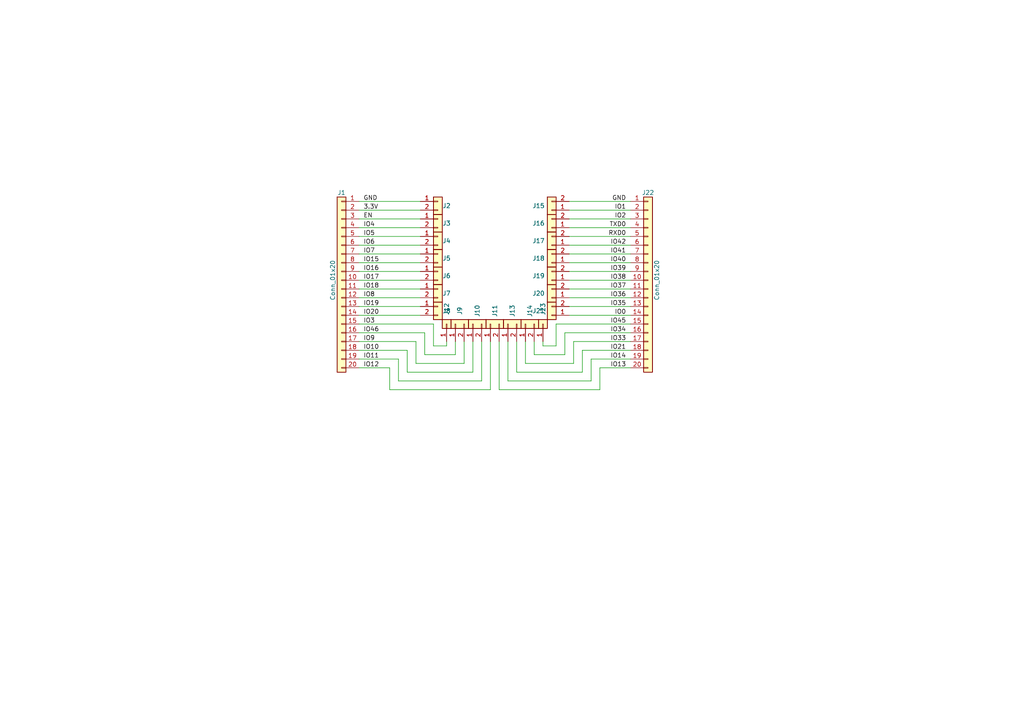
<source format=kicad_sch>
(kicad_sch (version 20211123) (generator eeschema)

  (uuid e63e39d7-6ac0-4ffd-8aa3-1841a4541b55)

  (paper "A4")

  (lib_symbols
    (symbol "Connector_Generic:Conn_01x01" (pin_names (offset 1.016) hide) (in_bom yes) (on_board yes)
      (property "Reference" "J" (id 0) (at 0 2.54 0)
        (effects (font (size 1.27 1.27)))
      )
      (property "Value" "Conn_01x01" (id 1) (at 0 -2.54 0)
        (effects (font (size 1.27 1.27)))
      )
      (property "Footprint" "" (id 2) (at 0 0 0)
        (effects (font (size 1.27 1.27)) hide)
      )
      (property "Datasheet" "~" (id 3) (at 0 0 0)
        (effects (font (size 1.27 1.27)) hide)
      )
      (property "ki_keywords" "connector" (id 4) (at 0 0 0)
        (effects (font (size 1.27 1.27)) hide)
      )
      (property "ki_description" "Generic connector, single row, 01x01, script generated (kicad-library-utils/schlib/autogen/connector/)" (id 5) (at 0 0 0)
        (effects (font (size 1.27 1.27)) hide)
      )
      (property "ki_fp_filters" "Connector*:*_1x??_*" (id 6) (at 0 0 0)
        (effects (font (size 1.27 1.27)) hide)
      )
      (symbol "Conn_01x01_1_1"
        (rectangle (start -1.27 0.127) (end 0 -0.127)
          (stroke (width 0.1524) (type default))
          (fill (type none))
        )
        (rectangle (start -1.27 1.27) (end 1.27 -1.27)
          (stroke (width 0.254) (type default))
          (fill (type background))
        )
        (pin passive line (at -5.08 0 0) (length 3.81)
          (name "Pin_1" (effects (font (size 1.27 1.27))))
          (number "1" (effects (font (size 1.27 1.27))))
        )
      )
    )
    (symbol "Connector_Generic:Conn_01x02" (pin_names (offset 1.016) hide) (in_bom yes) (on_board yes)
      (property "Reference" "J" (id 0) (at 0 2.54 0)
        (effects (font (size 1.27 1.27)))
      )
      (property "Value" "Conn_01x02" (id 1) (at 0 -5.08 0)
        (effects (font (size 1.27 1.27)))
      )
      (property "Footprint" "" (id 2) (at 0 0 0)
        (effects (font (size 1.27 1.27)) hide)
      )
      (property "Datasheet" "~" (id 3) (at 0 0 0)
        (effects (font (size 1.27 1.27)) hide)
      )
      (property "ki_keywords" "connector" (id 4) (at 0 0 0)
        (effects (font (size 1.27 1.27)) hide)
      )
      (property "ki_description" "Generic connector, single row, 01x02, script generated (kicad-library-utils/schlib/autogen/connector/)" (id 5) (at 0 0 0)
        (effects (font (size 1.27 1.27)) hide)
      )
      (property "ki_fp_filters" "Connector*:*_1x??_*" (id 6) (at 0 0 0)
        (effects (font (size 1.27 1.27)) hide)
      )
      (symbol "Conn_01x02_1_1"
        (rectangle (start -1.27 -2.413) (end 0 -2.667)
          (stroke (width 0.1524) (type default))
          (fill (type none))
        )
        (rectangle (start -1.27 0.127) (end 0 -0.127)
          (stroke (width 0.1524) (type default))
          (fill (type none))
        )
        (rectangle (start -1.27 1.27) (end 1.27 -3.81)
          (stroke (width 0.254) (type default))
          (fill (type background))
        )
        (pin passive line (at -5.08 0 0) (length 3.81)
          (name "Pin_1" (effects (font (size 1.27 1.27))))
          (number "1" (effects (font (size 1.27 1.27))))
        )
        (pin passive line (at -5.08 -2.54 0) (length 3.81)
          (name "Pin_2" (effects (font (size 1.27 1.27))))
          (number "2" (effects (font (size 1.27 1.27))))
        )
      )
    )
    (symbol "Connector_Generic:Conn_01x20" (pin_names (offset 1.016) hide) (in_bom yes) (on_board yes)
      (property "Reference" "J" (id 0) (at 0 25.4 0)
        (effects (font (size 1.27 1.27)))
      )
      (property "Value" "Conn_01x20" (id 1) (at 0 -27.94 0)
        (effects (font (size 1.27 1.27)))
      )
      (property "Footprint" "" (id 2) (at 0 0 0)
        (effects (font (size 1.27 1.27)) hide)
      )
      (property "Datasheet" "~" (id 3) (at 0 0 0)
        (effects (font (size 1.27 1.27)) hide)
      )
      (property "ki_keywords" "connector" (id 4) (at 0 0 0)
        (effects (font (size 1.27 1.27)) hide)
      )
      (property "ki_description" "Generic connector, single row, 01x20, script generated (kicad-library-utils/schlib/autogen/connector/)" (id 5) (at 0 0 0)
        (effects (font (size 1.27 1.27)) hide)
      )
      (property "ki_fp_filters" "Connector*:*_1x??_*" (id 6) (at 0 0 0)
        (effects (font (size 1.27 1.27)) hide)
      )
      (symbol "Conn_01x20_1_1"
        (rectangle (start -1.27 -25.273) (end 0 -25.527)
          (stroke (width 0.1524) (type default))
          (fill (type none))
        )
        (rectangle (start -1.27 -22.733) (end 0 -22.987)
          (stroke (width 0.1524) (type default))
          (fill (type none))
        )
        (rectangle (start -1.27 -20.193) (end 0 -20.447)
          (stroke (width 0.1524) (type default))
          (fill (type none))
        )
        (rectangle (start -1.27 -17.653) (end 0 -17.907)
          (stroke (width 0.1524) (type default))
          (fill (type none))
        )
        (rectangle (start -1.27 -15.113) (end 0 -15.367)
          (stroke (width 0.1524) (type default))
          (fill (type none))
        )
        (rectangle (start -1.27 -12.573) (end 0 -12.827)
          (stroke (width 0.1524) (type default))
          (fill (type none))
        )
        (rectangle (start -1.27 -10.033) (end 0 -10.287)
          (stroke (width 0.1524) (type default))
          (fill (type none))
        )
        (rectangle (start -1.27 -7.493) (end 0 -7.747)
          (stroke (width 0.1524) (type default))
          (fill (type none))
        )
        (rectangle (start -1.27 -4.953) (end 0 -5.207)
          (stroke (width 0.1524) (type default))
          (fill (type none))
        )
        (rectangle (start -1.27 -2.413) (end 0 -2.667)
          (stroke (width 0.1524) (type default))
          (fill (type none))
        )
        (rectangle (start -1.27 0.127) (end 0 -0.127)
          (stroke (width 0.1524) (type default))
          (fill (type none))
        )
        (rectangle (start -1.27 2.667) (end 0 2.413)
          (stroke (width 0.1524) (type default))
          (fill (type none))
        )
        (rectangle (start -1.27 5.207) (end 0 4.953)
          (stroke (width 0.1524) (type default))
          (fill (type none))
        )
        (rectangle (start -1.27 7.747) (end 0 7.493)
          (stroke (width 0.1524) (type default))
          (fill (type none))
        )
        (rectangle (start -1.27 10.287) (end 0 10.033)
          (stroke (width 0.1524) (type default))
          (fill (type none))
        )
        (rectangle (start -1.27 12.827) (end 0 12.573)
          (stroke (width 0.1524) (type default))
          (fill (type none))
        )
        (rectangle (start -1.27 15.367) (end 0 15.113)
          (stroke (width 0.1524) (type default))
          (fill (type none))
        )
        (rectangle (start -1.27 17.907) (end 0 17.653)
          (stroke (width 0.1524) (type default))
          (fill (type none))
        )
        (rectangle (start -1.27 20.447) (end 0 20.193)
          (stroke (width 0.1524) (type default))
          (fill (type none))
        )
        (rectangle (start -1.27 22.987) (end 0 22.733)
          (stroke (width 0.1524) (type default))
          (fill (type none))
        )
        (rectangle (start -1.27 24.13) (end 1.27 -26.67)
          (stroke (width 0.254) (type default))
          (fill (type background))
        )
        (pin passive line (at -5.08 22.86 0) (length 3.81)
          (name "Pin_1" (effects (font (size 1.27 1.27))))
          (number "1" (effects (font (size 1.27 1.27))))
        )
        (pin passive line (at -5.08 0 0) (length 3.81)
          (name "Pin_10" (effects (font (size 1.27 1.27))))
          (number "10" (effects (font (size 1.27 1.27))))
        )
        (pin passive line (at -5.08 -2.54 0) (length 3.81)
          (name "Pin_11" (effects (font (size 1.27 1.27))))
          (number "11" (effects (font (size 1.27 1.27))))
        )
        (pin passive line (at -5.08 -5.08 0) (length 3.81)
          (name "Pin_12" (effects (font (size 1.27 1.27))))
          (number "12" (effects (font (size 1.27 1.27))))
        )
        (pin passive line (at -5.08 -7.62 0) (length 3.81)
          (name "Pin_13" (effects (font (size 1.27 1.27))))
          (number "13" (effects (font (size 1.27 1.27))))
        )
        (pin passive line (at -5.08 -10.16 0) (length 3.81)
          (name "Pin_14" (effects (font (size 1.27 1.27))))
          (number "14" (effects (font (size 1.27 1.27))))
        )
        (pin passive line (at -5.08 -12.7 0) (length 3.81)
          (name "Pin_15" (effects (font (size 1.27 1.27))))
          (number "15" (effects (font (size 1.27 1.27))))
        )
        (pin passive line (at -5.08 -15.24 0) (length 3.81)
          (name "Pin_16" (effects (font (size 1.27 1.27))))
          (number "16" (effects (font (size 1.27 1.27))))
        )
        (pin passive line (at -5.08 -17.78 0) (length 3.81)
          (name "Pin_17" (effects (font (size 1.27 1.27))))
          (number "17" (effects (font (size 1.27 1.27))))
        )
        (pin passive line (at -5.08 -20.32 0) (length 3.81)
          (name "Pin_18" (effects (font (size 1.27 1.27))))
          (number "18" (effects (font (size 1.27 1.27))))
        )
        (pin passive line (at -5.08 -22.86 0) (length 3.81)
          (name "Pin_19" (effects (font (size 1.27 1.27))))
          (number "19" (effects (font (size 1.27 1.27))))
        )
        (pin passive line (at -5.08 20.32 0) (length 3.81)
          (name "Pin_2" (effects (font (size 1.27 1.27))))
          (number "2" (effects (font (size 1.27 1.27))))
        )
        (pin passive line (at -5.08 -25.4 0) (length 3.81)
          (name "Pin_20" (effects (font (size 1.27 1.27))))
          (number "20" (effects (font (size 1.27 1.27))))
        )
        (pin passive line (at -5.08 17.78 0) (length 3.81)
          (name "Pin_3" (effects (font (size 1.27 1.27))))
          (number "3" (effects (font (size 1.27 1.27))))
        )
        (pin passive line (at -5.08 15.24 0) (length 3.81)
          (name "Pin_4" (effects (font (size 1.27 1.27))))
          (number "4" (effects (font (size 1.27 1.27))))
        )
        (pin passive line (at -5.08 12.7 0) (length 3.81)
          (name "Pin_5" (effects (font (size 1.27 1.27))))
          (number "5" (effects (font (size 1.27 1.27))))
        )
        (pin passive line (at -5.08 10.16 0) (length 3.81)
          (name "Pin_6" (effects (font (size 1.27 1.27))))
          (number "6" (effects (font (size 1.27 1.27))))
        )
        (pin passive line (at -5.08 7.62 0) (length 3.81)
          (name "Pin_7" (effects (font (size 1.27 1.27))))
          (number "7" (effects (font (size 1.27 1.27))))
        )
        (pin passive line (at -5.08 5.08 0) (length 3.81)
          (name "Pin_8" (effects (font (size 1.27 1.27))))
          (number "8" (effects (font (size 1.27 1.27))))
        )
        (pin passive line (at -5.08 2.54 0) (length 3.81)
          (name "Pin_9" (effects (font (size 1.27 1.27))))
          (number "9" (effects (font (size 1.27 1.27))))
        )
      )
    )
  )


  (wire (pts (xy 115.57 104.14) (xy 115.57 110.49))
    (stroke (width 0) (type default))
    (uuid 024175d7-6b4e-4ca1-8e61-547100c6500c)
  )
  (wire (pts (xy 121.92 58.42) (xy 104.14 58.42))
    (stroke (width 0) (type default))
    (uuid 076ca4ed-6140-46c8-93d9-6479b702ad82)
  )
  (wire (pts (xy 104.14 104.14) (xy 115.57 104.14))
    (stroke (width 0) (type default))
    (uuid 0d7d53d6-5507-47e7-90d5-faa950f0bf70)
  )
  (wire (pts (xy 182.88 91.44) (xy 165.1 91.44))
    (stroke (width 0) (type default))
    (uuid 0fa81bb6-213a-4a31-a63f-72e2e5250abd)
  )
  (wire (pts (xy 182.88 76.2) (xy 165.1 76.2))
    (stroke (width 0) (type default))
    (uuid 134b5986-ced0-46b1-9aeb-7b0a88d736e9)
  )
  (wire (pts (xy 121.92 88.9) (xy 104.14 88.9))
    (stroke (width 0) (type default))
    (uuid 15c2c293-19f3-431e-a4f8-998d284137b1)
  )
  (wire (pts (xy 129.54 99.06) (xy 129.54 100.33))
    (stroke (width 0) (type default))
    (uuid 18e60bae-c3c9-45aa-bd83-004df46796da)
  )
  (wire (pts (xy 104.14 93.98) (xy 125.73 93.98))
    (stroke (width 0) (type default))
    (uuid 2321c393-3c20-4625-910a-b69cfcf23252)
  )
  (wire (pts (xy 121.92 63.5) (xy 104.14 63.5))
    (stroke (width 0) (type default))
    (uuid 329a1b7e-0b95-4d89-bef8-bf9a02365a92)
  )
  (wire (pts (xy 121.92 68.58) (xy 104.14 68.58))
    (stroke (width 0) (type default))
    (uuid 350f285a-0c9e-404b-a033-73ca5396c4aa)
  )
  (wire (pts (xy 182.88 106.68) (xy 173.99 106.68))
    (stroke (width 0) (type default))
    (uuid 379e77e7-d48a-4b8e-b672-f317cca546c1)
  )
  (wire (pts (xy 134.62 99.06) (xy 134.62 105.41))
    (stroke (width 0) (type default))
    (uuid 383529bb-d09e-4f2c-a466-77cd075d168d)
  )
  (wire (pts (xy 121.92 83.82) (xy 104.14 83.82))
    (stroke (width 0) (type default))
    (uuid 3bf4780a-5c82-4d8d-9655-85363f1e48c6)
  )
  (wire (pts (xy 163.83 102.87) (xy 154.94 102.87))
    (stroke (width 0) (type default))
    (uuid 3d85410f-1c90-4c32-b832-a14a94d5fcd0)
  )
  (wire (pts (xy 173.99 106.68) (xy 173.99 113.03))
    (stroke (width 0) (type default))
    (uuid 3dde1a04-d0d9-4062-8217-1ec5627a5d02)
  )
  (wire (pts (xy 137.16 99.06) (xy 137.16 107.95))
    (stroke (width 0) (type default))
    (uuid 42a4cb14-b29a-4f86-8e94-d5bf6b138caf)
  )
  (wire (pts (xy 182.88 93.98) (xy 161.29 93.98))
    (stroke (width 0) (type default))
    (uuid 48eb1646-e056-420f-9184-93b6c35adf79)
  )
  (wire (pts (xy 120.65 105.41) (xy 134.62 105.41))
    (stroke (width 0) (type default))
    (uuid 48f160ce-cc2a-4183-b5ec-be82f8334a2c)
  )
  (wire (pts (xy 118.11 107.95) (xy 137.16 107.95))
    (stroke (width 0) (type default))
    (uuid 4c052842-db63-4616-ba86-a365f04ec6a2)
  )
  (wire (pts (xy 121.92 81.28) (xy 104.14 81.28))
    (stroke (width 0) (type default))
    (uuid 58a97278-0dca-4489-85d8-90f2ed606d8c)
  )
  (wire (pts (xy 104.14 91.44) (xy 121.92 91.44))
    (stroke (width 0) (type default))
    (uuid 591fd355-4e27-4731-aa0f-02f77cce2f9e)
  )
  (wire (pts (xy 166.37 99.06) (xy 166.37 105.41))
    (stroke (width 0) (type default))
    (uuid 5b5a6590-02ab-4f7b-9005-892b08c9f8f0)
  )
  (wire (pts (xy 132.08 102.87) (xy 132.08 99.06))
    (stroke (width 0) (type default))
    (uuid 5c395485-f37f-4432-be0d-28c9ae8d6515)
  )
  (wire (pts (xy 121.92 86.36) (xy 104.14 86.36))
    (stroke (width 0) (type default))
    (uuid 5e36434e-2104-4fd8-a9c8-c8077df62efb)
  )
  (wire (pts (xy 104.14 96.52) (xy 123.19 96.52))
    (stroke (width 0) (type default))
    (uuid 5e7e40dc-ea5e-4aae-b319-783e066c7b83)
  )
  (wire (pts (xy 115.57 110.49) (xy 139.7 110.49))
    (stroke (width 0) (type default))
    (uuid 5f80e711-e248-422c-b5b3-2cabaa069510)
  )
  (wire (pts (xy 125.73 93.98) (xy 125.73 100.33))
    (stroke (width 0) (type default))
    (uuid 675a2dbc-4d34-49c2-864e-e4aeabcf7a18)
  )
  (wire (pts (xy 121.92 76.2) (xy 104.14 76.2))
    (stroke (width 0) (type default))
    (uuid 6c06ac28-a09d-4361-8848-fe286b2fffb4)
  )
  (wire (pts (xy 121.92 66.04) (xy 104.14 66.04))
    (stroke (width 0) (type default))
    (uuid 72d1a29a-7888-4cef-991b-6e0289725c8e)
  )
  (wire (pts (xy 171.45 104.14) (xy 171.45 110.49))
    (stroke (width 0) (type default))
    (uuid 746ccfed-8586-4738-a714-936f17cdb9d4)
  )
  (wire (pts (xy 182.88 86.36) (xy 165.1 86.36))
    (stroke (width 0) (type default))
    (uuid 7509cc82-e584-4c0e-be44-a12e2574d9b5)
  )
  (wire (pts (xy 144.78 113.03) (xy 144.78 99.06))
    (stroke (width 0) (type default))
    (uuid 772ba5c6-7a07-4f63-a304-788888a3ef5d)
  )
  (wire (pts (xy 182.88 58.42) (xy 165.1 58.42))
    (stroke (width 0) (type default))
    (uuid 7a2eb6ff-bff9-4f7f-aeff-db9fe9ef54ef)
  )
  (wire (pts (xy 182.88 71.12) (xy 165.1 71.12))
    (stroke (width 0) (type default))
    (uuid 7bc9c4d2-4575-4320-ba58-9b6d80b3e1d6)
  )
  (wire (pts (xy 113.03 113.03) (xy 142.24 113.03))
    (stroke (width 0) (type default))
    (uuid 7c8ebfe0-570f-43f1-960e-82904df10799)
  )
  (wire (pts (xy 157.48 99.06) (xy 157.48 100.33))
    (stroke (width 0) (type default))
    (uuid 7c9955bb-8536-4b0f-9959-0c568e3e516a)
  )
  (wire (pts (xy 139.7 110.49) (xy 139.7 99.06))
    (stroke (width 0) (type default))
    (uuid 8d1126bd-bd37-488d-b698-107f30049e80)
  )
  (wire (pts (xy 121.92 78.74) (xy 104.14 78.74))
    (stroke (width 0) (type default))
    (uuid 8e987baf-f67a-42ee-8012-1fa2ba86a9d2)
  )
  (wire (pts (xy 121.92 71.12) (xy 104.14 71.12))
    (stroke (width 0) (type default))
    (uuid 8f2cf97d-78ea-4108-836b-298564b800dc)
  )
  (wire (pts (xy 120.65 99.06) (xy 120.65 105.41))
    (stroke (width 0) (type default))
    (uuid 940eb0c3-c85c-49d4-bbb6-d724d9bc1aa5)
  )
  (wire (pts (xy 182.88 66.04) (xy 165.1 66.04))
    (stroke (width 0) (type default))
    (uuid 979637dd-61bf-47b7-8600-587950272c2d)
  )
  (wire (pts (xy 147.32 110.49) (xy 147.32 99.06))
    (stroke (width 0) (type default))
    (uuid 9a907c15-c755-48c3-9aa7-c89e8e92fdc9)
  )
  (wire (pts (xy 161.29 100.33) (xy 157.48 100.33))
    (stroke (width 0) (type default))
    (uuid 9b704ea4-eaae-43ee-b568-c9834b95237e)
  )
  (wire (pts (xy 182.88 73.66) (xy 165.1 73.66))
    (stroke (width 0) (type default))
    (uuid 9c682250-07b9-4144-9daa-9b81994f9b47)
  )
  (wire (pts (xy 149.86 99.06) (xy 149.86 107.95))
    (stroke (width 0) (type default))
    (uuid 9e5c2bbe-123f-4d5b-96ef-e683238f5ac1)
  )
  (wire (pts (xy 182.88 83.82) (xy 165.1 83.82))
    (stroke (width 0) (type default))
    (uuid 9e926100-7be4-4d5e-8a66-be62d46fa36e)
  )
  (wire (pts (xy 171.45 110.49) (xy 147.32 110.49))
    (stroke (width 0) (type default))
    (uuid a00b414f-2962-4be4-b1df-40af11b317b3)
  )
  (wire (pts (xy 166.37 105.41) (xy 152.4 105.41))
    (stroke (width 0) (type default))
    (uuid a5c0c50e-0fe3-4ba9-b7f5-0611ef4a75d2)
  )
  (wire (pts (xy 182.88 68.58) (xy 165.1 68.58))
    (stroke (width 0) (type default))
    (uuid a7114714-8796-4342-8284-995951669523)
  )
  (wire (pts (xy 182.88 78.74) (xy 165.1 78.74))
    (stroke (width 0) (type default))
    (uuid ae3ca504-a6b6-405e-9b82-73b13497584d)
  )
  (wire (pts (xy 182.88 60.96) (xy 165.1 60.96))
    (stroke (width 0) (type default))
    (uuid c40360a3-490d-478f-a1b1-9b0fa7e038ba)
  )
  (wire (pts (xy 118.11 101.6) (xy 118.11 107.95))
    (stroke (width 0) (type default))
    (uuid c577dbf3-60af-48db-931b-d797921cccf5)
  )
  (wire (pts (xy 168.91 107.95) (xy 149.86 107.95))
    (stroke (width 0) (type default))
    (uuid c9006782-e813-40db-a94a-50754a33fdb5)
  )
  (wire (pts (xy 154.94 102.87) (xy 154.94 99.06))
    (stroke (width 0) (type default))
    (uuid cac860cf-4893-497b-9f32-dcfe8b328e75)
  )
  (wire (pts (xy 113.03 106.68) (xy 113.03 113.03))
    (stroke (width 0) (type default))
    (uuid cd67b899-ce94-42d2-ad6d-24c4f57d01f6)
  )
  (wire (pts (xy 161.29 93.98) (xy 161.29 100.33))
    (stroke (width 0) (type default))
    (uuid cde5072f-ee4f-4732-bee3-28dc3b1c38d3)
  )
  (wire (pts (xy 168.91 101.6) (xy 168.91 107.95))
    (stroke (width 0) (type default))
    (uuid d1754ba2-30f4-4cf5-b67c-335d81c3f897)
  )
  (wire (pts (xy 104.14 99.06) (xy 120.65 99.06))
    (stroke (width 0) (type default))
    (uuid d91be283-8983-4e63-9c8a-b99cf097e278)
  )
  (wire (pts (xy 163.83 96.52) (xy 163.83 102.87))
    (stroke (width 0) (type default))
    (uuid d9480f53-90ac-49ad-a1ad-4816b3f28e04)
  )
  (wire (pts (xy 182.88 88.9) (xy 165.1 88.9))
    (stroke (width 0) (type default))
    (uuid e0193df4-355d-4a2e-af60-ebafb43e8094)
  )
  (wire (pts (xy 142.24 113.03) (xy 142.24 99.06))
    (stroke (width 0) (type default))
    (uuid e09e31d3-da74-4bfe-a70c-d681151c82fb)
  )
  (wire (pts (xy 182.88 101.6) (xy 168.91 101.6))
    (stroke (width 0) (type default))
    (uuid e2e68644-021c-45a5-a83b-cda9fd92a5b2)
  )
  (wire (pts (xy 104.14 101.6) (xy 118.11 101.6))
    (stroke (width 0) (type default))
    (uuid e38e01a4-b55f-4ee8-91b0-ea68e419a056)
  )
  (wire (pts (xy 182.88 81.28) (xy 165.1 81.28))
    (stroke (width 0) (type default))
    (uuid e90b6b71-cc96-44dd-b80d-31d9884f108f)
  )
  (wire (pts (xy 104.14 106.68) (xy 113.03 106.68))
    (stroke (width 0) (type default))
    (uuid e91fc953-d1ce-42d5-bd3d-113f8d4b1e61)
  )
  (wire (pts (xy 125.73 100.33) (xy 129.54 100.33))
    (stroke (width 0) (type default))
    (uuid f013620a-7a64-4d41-9620-2af2fcc2ade1)
  )
  (wire (pts (xy 121.92 73.66) (xy 104.14 73.66))
    (stroke (width 0) (type default))
    (uuid f43b9764-af46-48f3-b6b3-07ef0b88fa80)
  )
  (wire (pts (xy 152.4 99.06) (xy 152.4 105.41))
    (stroke (width 0) (type default))
    (uuid f4fa323d-66cc-4afb-9bdc-0c7d7de1ea10)
  )
  (wire (pts (xy 173.99 113.03) (xy 144.78 113.03))
    (stroke (width 0) (type default))
    (uuid f52a5198-a33d-476a-939c-4f8b7bff1b36)
  )
  (wire (pts (xy 123.19 96.52) (xy 123.19 102.87))
    (stroke (width 0) (type default))
    (uuid f57933ec-ca83-45a7-9c65-247b924c71a3)
  )
  (wire (pts (xy 182.88 63.5) (xy 165.1 63.5))
    (stroke (width 0) (type default))
    (uuid f8dd39b1-54f8-40ac-9a5f-5937322f395c)
  )
  (wire (pts (xy 182.88 104.14) (xy 171.45 104.14))
    (stroke (width 0) (type default))
    (uuid f9b8bcea-e4ba-4669-b98e-16cee77df8f4)
  )
  (wire (pts (xy 182.88 96.52) (xy 163.83 96.52))
    (stroke (width 0) (type default))
    (uuid fb8f99cb-aefd-4a77-9a5a-d1173db0fb22)
  )
  (wire (pts (xy 182.88 99.06) (xy 166.37 99.06))
    (stroke (width 0) (type default))
    (uuid fd997eaa-ab7f-496d-9a4b-ddefc2e65d3d)
  )
  (wire (pts (xy 121.92 60.96) (xy 104.14 60.96))
    (stroke (width 0) (type default))
    (uuid fe50bd35-3cd7-4bc8-9739-932459be7abd)
  )
  (wire (pts (xy 123.19 102.87) (xy 132.08 102.87))
    (stroke (width 0) (type default))
    (uuid ff193fde-7abe-4edd-b127-3d23104bd0fc)
  )

  (label "IO14" (at 181.61 104.14 180) (fields_autoplaced)
    (effects (font (size 1.27 1.27)) (justify right bottom))
    (uuid 096235a2-0fb9-4f50-891a-787c466fc5cf)
  )
  (label "IO0" (at 181.61 91.44 180) (fields_autoplaced)
    (effects (font (size 1.27 1.27)) (justify right bottom))
    (uuid 2f651a60-23e0-480f-a88d-8ba77b595202)
  )
  (label "IO21" (at 181.61 101.6 180) (fields_autoplaced)
    (effects (font (size 1.27 1.27)) (justify right bottom))
    (uuid 35acc2ca-9b04-4bd5-bd57-53ce097ddf23)
  )
  (label "IO6" (at 105.41 71.12 0) (fields_autoplaced)
    (effects (font (size 1.27 1.27)) (justify left bottom))
    (uuid 35ccb19a-cb79-4dd3-96de-a34c1bc7259d)
  )
  (label "IO42" (at 181.61 71.12 180) (fields_autoplaced)
    (effects (font (size 1.27 1.27)) (justify right bottom))
    (uuid 41205138-7bf5-4bfc-a2fe-ef55dd3360a5)
  )
  (label "IO36" (at 181.61 86.36 180) (fields_autoplaced)
    (effects (font (size 1.27 1.27)) (justify right bottom))
    (uuid 41b04ee4-ea1b-4832-809b-655469ed58b5)
  )
  (label "TXD0" (at 181.61 66.04 180) (fields_autoplaced)
    (effects (font (size 1.27 1.27)) (justify right bottom))
    (uuid 4395dcee-71f8-4f07-a949-e6a5a74189fe)
  )
  (label "IO11" (at 105.41 104.14 0) (fields_autoplaced)
    (effects (font (size 1.27 1.27)) (justify left bottom))
    (uuid 439d866e-da22-4258-8118-4a02fa7239f6)
  )
  (label "IO8" (at 105.41 86.36 0) (fields_autoplaced)
    (effects (font (size 1.27 1.27)) (justify left bottom))
    (uuid 4e183254-dcb4-4f14-822f-5a27129f20c1)
  )
  (label "RXD0" (at 181.61 68.58 180) (fields_autoplaced)
    (effects (font (size 1.27 1.27)) (justify right bottom))
    (uuid 56752ef8-b8a2-4f5d-aa3b-bed2188c1a13)
  )
  (label "IO33" (at 181.61 99.06 180) (fields_autoplaced)
    (effects (font (size 1.27 1.27)) (justify right bottom))
    (uuid 6761093e-23cb-4dd3-ac6c-ebbbd02826e8)
  )
  (label "IO9" (at 105.41 99.06 0) (fields_autoplaced)
    (effects (font (size 1.27 1.27)) (justify left bottom))
    (uuid 679fd301-dcce-44d0-bf4b-6e6631ded9ab)
  )
  (label "IO39" (at 181.61 78.74 180) (fields_autoplaced)
    (effects (font (size 1.27 1.27)) (justify right bottom))
    (uuid 6eae9d11-4e4c-47f8-acdd-e4786c39bef8)
  )
  (label "IO34" (at 181.61 96.52 180) (fields_autoplaced)
    (effects (font (size 1.27 1.27)) (justify right bottom))
    (uuid 7828558c-887d-4682-933a-815188539e0c)
  )
  (label "IO38" (at 181.61 81.28 180) (fields_autoplaced)
    (effects (font (size 1.27 1.27)) (justify right bottom))
    (uuid 783a70b3-088d-4289-993d-3b2d1b0e47b8)
  )
  (label "EN" (at 105.41 63.5 0) (fields_autoplaced)
    (effects (font (size 1.27 1.27)) (justify left bottom))
    (uuid 80382e1d-ba2f-4697-a649-3a3c3337018d)
  )
  (label "IO45" (at 181.61 93.98 180) (fields_autoplaced)
    (effects (font (size 1.27 1.27)) (justify right bottom))
    (uuid 81b56a55-5771-423c-9c1c-863621ab1118)
  )
  (label "IO35" (at 181.61 88.9 180) (fields_autoplaced)
    (effects (font (size 1.27 1.27)) (justify right bottom))
    (uuid 8e96732d-56ac-4124-b772-a162c753d126)
  )
  (label "IO18" (at 105.41 83.82 0) (fields_autoplaced)
    (effects (font (size 1.27 1.27)) (justify left bottom))
    (uuid 99b463fa-93fb-4e7f-b846-0c63d407b071)
  )
  (label "IO3" (at 105.41 93.98 0) (fields_autoplaced)
    (effects (font (size 1.27 1.27)) (justify left bottom))
    (uuid a17256ba-1c91-4b1a-ac31-6bb6027b7ef6)
  )
  (label "IO17" (at 105.41 81.28 0) (fields_autoplaced)
    (effects (font (size 1.27 1.27)) (justify left bottom))
    (uuid a365cd80-2768-41d8-a2a5-23971f1cd544)
  )
  (label "IO10" (at 105.41 101.6 0) (fields_autoplaced)
    (effects (font (size 1.27 1.27)) (justify left bottom))
    (uuid a515bbc1-9029-40d4-9f6b-3498ee4cca6e)
  )
  (label "GND" (at 105.41 58.42 0) (fields_autoplaced)
    (effects (font (size 1.27 1.27)) (justify left bottom))
    (uuid b0e949a8-9b76-4872-9c6f-5159f630b75a)
  )
  (label "GND" (at 181.61 58.42 180) (fields_autoplaced)
    (effects (font (size 1.27 1.27)) (justify right bottom))
    (uuid b1ee28b3-bb95-412b-a5aa-84f2941f7db1)
  )
  (label "IO4" (at 105.41 66.04 0) (fields_autoplaced)
    (effects (font (size 1.27 1.27)) (justify left bottom))
    (uuid b451d283-5b8d-4c72-a183-faab451f877b)
  )
  (label "IO5" (at 105.41 68.58 0) (fields_autoplaced)
    (effects (font (size 1.27 1.27)) (justify left bottom))
    (uuid be9bcc12-ab83-4d42-ad4e-d3e8fa6bc53f)
  )
  (label "IO7" (at 105.41 73.66 0) (fields_autoplaced)
    (effects (font (size 1.27 1.27)) (justify left bottom))
    (uuid bef2bc59-d126-474f-9f67-5c90f5be42f4)
  )
  (label "IO1" (at 181.61 60.96 180) (fields_autoplaced)
    (effects (font (size 1.27 1.27)) (justify right bottom))
    (uuid cb32d973-c91c-41a4-b278-f098f357b292)
  )
  (label "IO12" (at 105.41 106.68 0) (fields_autoplaced)
    (effects (font (size 1.27 1.27)) (justify left bottom))
    (uuid cf63dfd5-c69d-48a0-8645-90cf6c1e1481)
  )
  (label "IO46" (at 105.41 96.52 0) (fields_autoplaced)
    (effects (font (size 1.27 1.27)) (justify left bottom))
    (uuid cfd06aa3-7718-4d4f-8782-23b15baedee5)
  )
  (label "IO2" (at 181.61 63.5 180) (fields_autoplaced)
    (effects (font (size 1.27 1.27)) (justify right bottom))
    (uuid d134fb22-6961-4651-b4c1-bb9c6b155367)
  )
  (label "IO13" (at 181.61 106.68 180) (fields_autoplaced)
    (effects (font (size 1.27 1.27)) (justify right bottom))
    (uuid dd7fd2c6-7004-4667-b973-3e38b156585a)
  )
  (label "IO41" (at 181.61 73.66 180) (fields_autoplaced)
    (effects (font (size 1.27 1.27)) (justify right bottom))
    (uuid e18b5696-fbee-42d3-8646-07519328bd50)
  )
  (label "IO15" (at 105.41 76.2 0) (fields_autoplaced)
    (effects (font (size 1.27 1.27)) (justify left bottom))
    (uuid e46d6001-e344-4bda-a4a1-b3eb258869d1)
  )
  (label "3.3V" (at 105.41 60.96 0) (fields_autoplaced)
    (effects (font (size 1.27 1.27)) (justify left bottom))
    (uuid e9c27b90-2e9a-4c25-ae1b-a17cffa0835e)
  )
  (label "IO37" (at 181.61 83.82 180) (fields_autoplaced)
    (effects (font (size 1.27 1.27)) (justify right bottom))
    (uuid ef671d0a-3578-422b-b60b-8005a4a656d8)
  )
  (label "IO16" (at 105.41 78.74 0) (fields_autoplaced)
    (effects (font (size 1.27 1.27)) (justify left bottom))
    (uuid f33478fd-7058-454e-85b9-b96608677288)
  )
  (label "IO40" (at 181.61 76.2 180) (fields_autoplaced)
    (effects (font (size 1.27 1.27)) (justify right bottom))
    (uuid f6120da4-34e7-4c3a-97c8-be0b6def79c5)
  )
  (label "IO20" (at 105.41 91.44 0) (fields_autoplaced)
    (effects (font (size 1.27 1.27)) (justify left bottom))
    (uuid f87988e5-4b8f-4301-892e-0feb5b8a063c)
  )
  (label "IO19" (at 105.41 88.9 0) (fields_autoplaced)
    (effects (font (size 1.27 1.27)) (justify left bottom))
    (uuid fbe372b6-dced-4ad5-8021-d7a2d27e0417)
  )

  (symbol (lib_id "Connector_Generic:Conn_01x02") (at 127 78.74 0) (unit 1)
    (in_bom yes) (on_board yes)
    (uuid 01f14afc-5fbb-41e0-bcc5-94cddc32acd4)
    (property "Reference" "J6" (id 0) (at 129.54 80.01 0)
      (effects (font (size 1.27 1.27)))
    )
    (property "Value" "Conn_01x02" (id 1) (at 127 74.93 0)
      (effects (font (size 1.27 1.27)) hide)
    )
    (property "Footprint" "FlexyPin:FlexyPin_1x02_P1.27mm" (id 2) (at 127 78.74 0)
      (effects (font (size 1.27 1.27)) hide)
    )
    (property "Datasheet" "~" (id 3) (at 127 78.74 0)
      (effects (font (size 1.27 1.27)) hide)
    )
    (pin "1" (uuid 099f35f6-6b4d-449c-8b02-68309c10935f))
    (pin "2" (uuid ceff1dff-a10b-4a2b-ba9e-2ec0636792ac))
  )

  (symbol (lib_id "Connector_Generic:Conn_01x02") (at 132.08 93.98 90) (unit 1)
    (in_bom yes) (on_board yes)
    (uuid 05f151e3-7bf5-4731-b73b-d1e4e2df04ed)
    (property "Reference" "J9" (id 0) (at 133.35 90.17 0)
      (effects (font (size 1.27 1.27)))
    )
    (property "Value" "Conn_01x02" (id 1) (at 128.27 93.98 0)
      (effects (font (size 1.27 1.27)) hide)
    )
    (property "Footprint" "FlexyPin:FlexyPin_1x02_P1.27mm" (id 2) (at 132.08 93.98 0)
      (effects (font (size 1.27 1.27)) hide)
    )
    (property "Datasheet" "~" (id 3) (at 132.08 93.98 0)
      (effects (font (size 1.27 1.27)) hide)
    )
    (pin "1" (uuid a0566e3f-3c34-4b9e-8b63-8f30b3f1911d))
    (pin "2" (uuid ec3ce226-7175-47cf-bf69-d6e6fcce4c28))
  )

  (symbol (lib_id "Connector_Generic:Conn_01x01") (at 129.54 93.98 90) (unit 1)
    (in_bom yes) (on_board yes)
    (uuid 06d97afc-8151-49dc-8ac2-8a1c100d662e)
    (property "Reference" "J12" (id 0) (at 129.54 91.44 0)
      (effects (font (size 1.27 1.27)) (justify left))
    )
    (property "Value" "Conn_01x01" (id 1) (at 132.08 94.615 90)
      (effects (font (size 1.27 1.27)) (justify right) hide)
    )
    (property "Footprint" "FlexyPin:FlexyPin_1x01" (id 2) (at 129.54 93.98 0)
      (effects (font (size 1.27 1.27)) hide)
    )
    (property "Datasheet" "~" (id 3) (at 129.54 93.98 0)
      (effects (font (size 1.27 1.27)) hide)
    )
    (pin "1" (uuid 317697b2-fb0b-4182-89fa-175bf3f6f69b))
  )

  (symbol (lib_id "Connector_Generic:Conn_01x20") (at 187.96 81.28 0) (unit 1)
    (in_bom yes) (on_board yes)
    (uuid 07e13863-bd02-4902-95bb-751411a906f0)
    (property "Reference" "J22" (id 0) (at 187.96 55.88 0)
      (effects (font (size 1.27 1.27)))
    )
    (property "Value" "Conn_01x20" (id 1) (at 190.5 81.28 90)
      (effects (font (size 1.27 1.27)))
    )
    (property "Footprint" "Connector_PinHeader_2.54mm:PinHeader_1x20_P2.54mm_Vertical" (id 2) (at 187.96 81.28 0)
      (effects (font (size 1.27 1.27)) hide)
    )
    (property "Datasheet" "~" (id 3) (at 187.96 81.28 0)
      (effects (font (size 1.27 1.27)) hide)
    )
    (pin "1" (uuid 3cef2940-746c-45e3-9107-83eef849fa15))
    (pin "10" (uuid 39b263f0-4ff3-4dac-a891-b1dece3fe5ac))
    (pin "11" (uuid 0d154f88-efb9-456d-8bf2-87f356237195))
    (pin "12" (uuid 7af46712-18bd-4842-93dd-44ca3b5dfab9))
    (pin "13" (uuid 593253d0-a79c-4aad-92da-1030439af6eb))
    (pin "14" (uuid 905ba69f-fd22-4670-9ea2-7bb4f2380646))
    (pin "15" (uuid 6c88e06d-a46e-40ef-949f-1e4e338f13d0))
    (pin "16" (uuid 46a9e52c-18e3-4833-8a04-4c6fe5b2e9e9))
    (pin "17" (uuid dcae4aa9-617f-4537-a5a5-ccdcc7655136))
    (pin "18" (uuid f68a1315-fbd8-4c9f-95bb-54360ef0ce46))
    (pin "19" (uuid cd63ef39-3823-45ed-8b17-17f0bf51b8bf))
    (pin "2" (uuid c7b292b0-ac16-4994-a215-fc8f695c12a1))
    (pin "20" (uuid b770537a-1fd3-4a27-b93a-8088c5f37fc2))
    (pin "3" (uuid 8cc2e8a9-4547-415e-a335-e319531e3f17))
    (pin "4" (uuid 473fe26e-3508-4fcd-8099-026d2891577e))
    (pin "5" (uuid 6174b230-202a-4544-ac7f-e496c309c9b4))
    (pin "6" (uuid 6f6868f2-ab8b-43a0-9153-05949a122e58))
    (pin "7" (uuid f90dade9-e357-4ff5-906b-e9f94c8a25dc))
    (pin "8" (uuid 401ff54b-2ebd-4960-b7d8-18baf8545128))
    (pin "9" (uuid 6ae46c10-d334-4f3b-8139-fb8860a013fa))
  )

  (symbol (lib_id "Connector_Generic:Conn_01x02") (at 160.02 86.36 180) (unit 1)
    (in_bom yes) (on_board yes)
    (uuid 28452403-4828-4a52-a775-b05f2429ba17)
    (property "Reference" "J20" (id 0) (at 156.21 85.09 0)
      (effects (font (size 1.27 1.27)))
    )
    (property "Value" "Conn_01x02" (id 1) (at 160.02 90.17 0)
      (effects (font (size 1.27 1.27)) hide)
    )
    (property "Footprint" "FlexyPin:FlexyPin_1x02_P1.27mm" (id 2) (at 160.02 86.36 0)
      (effects (font (size 1.27 1.27)) hide)
    )
    (property "Datasheet" "~" (id 3) (at 160.02 86.36 0)
      (effects (font (size 1.27 1.27)) hide)
    )
    (pin "1" (uuid 791ec55e-b7d5-4cc3-a298-f556355b005d))
    (pin "2" (uuid 3caa014a-2cfa-4881-b76f-defb1daf371f))
  )

  (symbol (lib_id "Connector_Generic:Conn_01x02") (at 127 63.5 0) (unit 1)
    (in_bom yes) (on_board yes)
    (uuid 38dc9644-3f25-4fea-be7f-dc59bb933979)
    (property "Reference" "J3" (id 0) (at 129.54 64.77 0)
      (effects (font (size 1.27 1.27)))
    )
    (property "Value" "Conn_01x02" (id 1) (at 127 59.69 0)
      (effects (font (size 1.27 1.27)) hide)
    )
    (property "Footprint" "FlexyPin:FlexyPin_1x02_P1.27mm" (id 2) (at 127 63.5 0)
      (effects (font (size 1.27 1.27)) hide)
    )
    (property "Datasheet" "~" (id 3) (at 127 63.5 0)
      (effects (font (size 1.27 1.27)) hide)
    )
    (pin "1" (uuid 66f0fd06-2632-4c2a-ab74-5e72aacc5ac4))
    (pin "2" (uuid d63aaa46-4fd9-43ee-90d0-6e95ef1d21c1))
  )

  (symbol (lib_id "Connector_Generic:Conn_01x01") (at 157.48 93.98 90) (unit 1)
    (in_bom yes) (on_board yes)
    (uuid 3917bd37-e763-457f-b9cd-4f9e0876e0fa)
    (property "Reference" "J23" (id 0) (at 157.48 91.44 0)
      (effects (font (size 1.27 1.27)) (justify left))
    )
    (property "Value" "Conn_01x01" (id 1) (at 160.02 94.615 90)
      (effects (font (size 1.27 1.27)) (justify right) hide)
    )
    (property "Footprint" "FlexyPin:FlexyPin_1x01" (id 2) (at 157.48 93.98 0)
      (effects (font (size 1.27 1.27)) hide)
    )
    (property "Datasheet" "~" (id 3) (at 157.48 93.98 0)
      (effects (font (size 1.27 1.27)) hide)
    )
    (pin "1" (uuid ee8110c3-0362-4ef3-81a8-e51c3d98cf4c))
  )

  (symbol (lib_id "Connector_Generic:Conn_01x02") (at 127 88.9 0) (unit 1)
    (in_bom yes) (on_board yes)
    (uuid 570ed8ba-14d8-4790-8cc4-ba8260a7aa49)
    (property "Reference" "J8" (id 0) (at 129.54 90.17 0)
      (effects (font (size 1.27 1.27)))
    )
    (property "Value" "Conn_01x02" (id 1) (at 127 85.09 0)
      (effects (font (size 1.27 1.27)) hide)
    )
    (property "Footprint" "FlexyPin:FlexyPin_1x02_P1.27mm" (id 2) (at 127 88.9 0)
      (effects (font (size 1.27 1.27)) hide)
    )
    (property "Datasheet" "~" (id 3) (at 127 88.9 0)
      (effects (font (size 1.27 1.27)) hide)
    )
    (pin "1" (uuid 8cf90107-e3ca-4aae-bc25-9e40cfa72956))
    (pin "2" (uuid 2fb15dce-c260-4737-9ed4-a3941cbd7f9e))
  )

  (symbol (lib_id "Connector_Generic:Conn_01x02") (at 142.24 93.98 90) (unit 1)
    (in_bom yes) (on_board yes)
    (uuid 5e0b9bfd-5934-4281-aa81-bfc85f052782)
    (property "Reference" "J11" (id 0) (at 143.51 90.17 0)
      (effects (font (size 1.27 1.27)))
    )
    (property "Value" "Conn_01x02" (id 1) (at 138.43 93.98 0)
      (effects (font (size 1.27 1.27)) hide)
    )
    (property "Footprint" "FlexyPin:FlexyPin_1x02_P1.27mm" (id 2) (at 142.24 93.98 0)
      (effects (font (size 1.27 1.27)) hide)
    )
    (property "Datasheet" "~" (id 3) (at 142.24 93.98 0)
      (effects (font (size 1.27 1.27)) hide)
    )
    (pin "1" (uuid db47617e-d2a6-4f28-95f3-0a24010ee3df))
    (pin "2" (uuid 352ed43c-9aeb-4661-a3cf-c1c22a9784c1))
  )

  (symbol (lib_id "Connector_Generic:Conn_01x02") (at 152.4 93.98 90) (unit 1)
    (in_bom yes) (on_board yes)
    (uuid 5edb7304-d03a-4e9f-9d2c-5e78d992129a)
    (property "Reference" "J14" (id 0) (at 153.67 90.17 0)
      (effects (font (size 1.27 1.27)))
    )
    (property "Value" "Conn_01x02" (id 1) (at 148.59 93.98 0)
      (effects (font (size 1.27 1.27)) hide)
    )
    (property "Footprint" "FlexyPin:FlexyPin_1x02_P1.27mm" (id 2) (at 152.4 93.98 0)
      (effects (font (size 1.27 1.27)) hide)
    )
    (property "Datasheet" "~" (id 3) (at 152.4 93.98 0)
      (effects (font (size 1.27 1.27)) hide)
    )
    (pin "1" (uuid 07bc6126-bad6-4719-aceb-4eea57aa1856))
    (pin "2" (uuid 98077c6a-ea38-43ed-ad09-d23d0bcb0c99))
  )

  (symbol (lib_id "Connector_Generic:Conn_01x02") (at 137.16 93.98 90) (unit 1)
    (in_bom yes) (on_board yes)
    (uuid 66a39186-25ec-42b2-9b39-1364f3cf6783)
    (property "Reference" "J10" (id 0) (at 138.43 90.17 0)
      (effects (font (size 1.27 1.27)))
    )
    (property "Value" "Conn_01x02" (id 1) (at 133.35 93.98 0)
      (effects (font (size 1.27 1.27)) hide)
    )
    (property "Footprint" "FlexyPin:FlexyPin_1x02_P1.27mm" (id 2) (at 137.16 93.98 0)
      (effects (font (size 1.27 1.27)) hide)
    )
    (property "Datasheet" "~" (id 3) (at 137.16 93.98 0)
      (effects (font (size 1.27 1.27)) hide)
    )
    (pin "1" (uuid 075e9a4f-030a-4e5c-b53f-e3855774304b))
    (pin "2" (uuid 875740ef-fee3-40a7-9837-d282526af1d4))
  )

  (symbol (lib_id "Connector_Generic:Conn_01x02") (at 160.02 81.28 180) (unit 1)
    (in_bom yes) (on_board yes)
    (uuid 795e8f3f-2cb8-4536-9da6-6c7ebce004fa)
    (property "Reference" "J19" (id 0) (at 156.21 80.01 0)
      (effects (font (size 1.27 1.27)))
    )
    (property "Value" "Conn_01x02" (id 1) (at 160.02 85.09 0)
      (effects (font (size 1.27 1.27)) hide)
    )
    (property "Footprint" "FlexyPin:FlexyPin_1x02_P1.27mm" (id 2) (at 160.02 81.28 0)
      (effects (font (size 1.27 1.27)) hide)
    )
    (property "Datasheet" "~" (id 3) (at 160.02 81.28 0)
      (effects (font (size 1.27 1.27)) hide)
    )
    (pin "1" (uuid 111fc9a2-244f-4207-9225-50ce9836531a))
    (pin "2" (uuid d5400582-0131-4742-87a9-8861a66f9854))
  )

  (symbol (lib_id "Connector_Generic:Conn_01x02") (at 127 68.58 0) (unit 1)
    (in_bom yes) (on_board yes)
    (uuid 8340b077-5809-47c3-bb8e-f85cf9ba0261)
    (property "Reference" "J4" (id 0) (at 129.54 69.85 0)
      (effects (font (size 1.27 1.27)))
    )
    (property "Value" "Conn_01x02" (id 1) (at 127 64.77 0)
      (effects (font (size 1.27 1.27)) hide)
    )
    (property "Footprint" "FlexyPin:FlexyPin_1x02_P1.27mm" (id 2) (at 127 68.58 0)
      (effects (font (size 1.27 1.27)) hide)
    )
    (property "Datasheet" "~" (id 3) (at 127 68.58 0)
      (effects (font (size 1.27 1.27)) hide)
    )
    (pin "1" (uuid 3a981967-a911-4463-95e2-2fe050615622))
    (pin "2" (uuid 5df0654c-8d6d-486d-b5f4-0be0de8af6ef))
  )

  (symbol (lib_id "Connector_Generic:Conn_01x02") (at 160.02 91.44 180) (unit 1)
    (in_bom yes) (on_board yes)
    (uuid 853222dc-6b80-49a3-9126-71854ad529d0)
    (property "Reference" "J21" (id 0) (at 156.21 90.17 0)
      (effects (font (size 1.27 1.27)))
    )
    (property "Value" "Conn_01x02" (id 1) (at 160.02 95.25 0)
      (effects (font (size 1.27 1.27)) hide)
    )
    (property "Footprint" "FlexyPin:FlexyPin_1x02_P1.27mm" (id 2) (at 160.02 91.44 0)
      (effects (font (size 1.27 1.27)) hide)
    )
    (property "Datasheet" "~" (id 3) (at 160.02 91.44 0)
      (effects (font (size 1.27 1.27)) hide)
    )
    (pin "1" (uuid 1c709a58-c576-480e-8ab4-c0189d48b3c6))
    (pin "2" (uuid 8bade0cd-fb4f-4b74-825a-bbf6c7e2bf64))
  )

  (symbol (lib_id "Connector_Generic:Conn_01x20") (at 99.06 81.28 0) (mirror y) (unit 1)
    (in_bom yes) (on_board yes)
    (uuid 9397719b-4a3b-4984-a470-967198532930)
    (property "Reference" "J1" (id 0) (at 99.06 55.88 0)
      (effects (font (size 1.27 1.27)))
    )
    (property "Value" "Conn_01x20" (id 1) (at 96.52 81.28 90)
      (effects (font (size 1.27 1.27)))
    )
    (property "Footprint" "Connector_PinHeader_2.54mm:PinHeader_1x20_P2.54mm_Vertical" (id 2) (at 99.06 81.28 0)
      (effects (font (size 1.27 1.27)) hide)
    )
    (property "Datasheet" "~" (id 3) (at 99.06 81.28 0)
      (effects (font (size 1.27 1.27)) hide)
    )
    (pin "1" (uuid 097d3097-fa09-4a32-9be1-1cd4c3b41b74))
    (pin "10" (uuid c33a6c93-aab4-43f4-85d8-e1f004e2eeec))
    (pin "11" (uuid 1efe1b2a-405e-4a52-bbe2-6440c3526c28))
    (pin "12" (uuid 3707a6d9-d760-455f-bd2b-5bd4fc03ccba))
    (pin "13" (uuid 88a9de6a-7835-4f5f-b203-bae9164f68a5))
    (pin "14" (uuid 45991bf8-fd39-48c3-a1fa-1f40e0936a07))
    (pin "15" (uuid 363ea2ee-e7e1-4739-8376-3f622ef19e1f))
    (pin "16" (uuid 0f1bc49e-00a4-4119-93c9-d65f0304095e))
    (pin "17" (uuid 72fac23e-cbb3-46c0-b5ac-fe9cd2ddd9b5))
    (pin "18" (uuid 90faa927-1a8b-4683-a280-1db69e29073c))
    (pin "19" (uuid 162f84e9-1e49-47b4-88f8-3ed4cd8a601a))
    (pin "2" (uuid 79783b93-0df9-4b72-a9f5-79822605c3d4))
    (pin "20" (uuid 2e656457-4add-423c-a16a-ee459163e8be))
    (pin "3" (uuid 6480f567-1219-4839-b79c-b60ce0891d2c))
    (pin "4" (uuid a9a879f6-429a-422f-9cd1-9d46c6d9a893))
    (pin "5" (uuid 21ad2d31-87c0-48d0-b099-35e068b945ed))
    (pin "6" (uuid ef14ff7d-933f-4ed7-81b7-b321bc525673))
    (pin "7" (uuid b4771cce-1d27-4bd0-9569-66cea3f85bdb))
    (pin "8" (uuid 49bc9511-0570-4220-8cd0-a0649d001585))
    (pin "9" (uuid be07ae0d-0c18-478d-80e8-bcbab3c4b219))
  )

  (symbol (lib_id "Connector_Generic:Conn_01x02") (at 160.02 76.2 180) (unit 1)
    (in_bom yes) (on_board yes)
    (uuid 9493b096-165b-45ad-8c6b-f8b990e35d1b)
    (property "Reference" "J18" (id 0) (at 156.21 74.93 0)
      (effects (font (size 1.27 1.27)))
    )
    (property "Value" "Conn_01x02" (id 1) (at 160.02 80.01 0)
      (effects (font (size 1.27 1.27)) hide)
    )
    (property "Footprint" "FlexyPin:FlexyPin_1x02_P1.27mm" (id 2) (at 160.02 76.2 0)
      (effects (font (size 1.27 1.27)) hide)
    )
    (property "Datasheet" "~" (id 3) (at 160.02 76.2 0)
      (effects (font (size 1.27 1.27)) hide)
    )
    (pin "1" (uuid 9c1b25bd-bc5e-4683-962d-0f18d2aadfbd))
    (pin "2" (uuid db94c1c4-f933-4104-b44e-fadbc2fe9478))
  )

  (symbol (lib_id "Connector_Generic:Conn_01x02") (at 127 83.82 0) (unit 1)
    (in_bom yes) (on_board yes)
    (uuid a7539522-a491-46a9-8a54-9a492c53bc7d)
    (property "Reference" "J7" (id 0) (at 129.54 85.09 0)
      (effects (font (size 1.27 1.27)))
    )
    (property "Value" "Conn_01x02" (id 1) (at 127 80.01 0)
      (effects (font (size 1.27 1.27)) hide)
    )
    (property "Footprint" "FlexyPin:FlexyPin_1x02_P1.27mm" (id 2) (at 127 83.82 0)
      (effects (font (size 1.27 1.27)) hide)
    )
    (property "Datasheet" "~" (id 3) (at 127 83.82 0)
      (effects (font (size 1.27 1.27)) hide)
    )
    (pin "1" (uuid a132625e-06bb-46ce-a7cb-79e6bee20f78))
    (pin "2" (uuid c60bbb69-16a9-442f-9d6a-a0a79a4a218d))
  )

  (symbol (lib_id "Connector_Generic:Conn_01x02") (at 127 73.66 0) (unit 1)
    (in_bom yes) (on_board yes)
    (uuid aa1df330-6570-4dc8-a837-9ce217cac863)
    (property "Reference" "J5" (id 0) (at 129.54 74.93 0)
      (effects (font (size 1.27 1.27)))
    )
    (property "Value" "Conn_01x02" (id 1) (at 127 69.85 0)
      (effects (font (size 1.27 1.27)) hide)
    )
    (property "Footprint" "FlexyPin:FlexyPin_1x02_P1.27mm" (id 2) (at 127 73.66 0)
      (effects (font (size 1.27 1.27)) hide)
    )
    (property "Datasheet" "~" (id 3) (at 127 73.66 0)
      (effects (font (size 1.27 1.27)) hide)
    )
    (pin "1" (uuid 7196291f-da87-41cb-81c5-a2d7546e6afa))
    (pin "2" (uuid 243939f2-8434-4289-8c3c-c76926386ca8))
  )

  (symbol (lib_id "Connector_Generic:Conn_01x02") (at 160.02 71.12 180) (unit 1)
    (in_bom yes) (on_board yes)
    (uuid c17f9a6e-6669-4413-9c98-da8cfab7ee0c)
    (property "Reference" "J17" (id 0) (at 156.21 69.85 0)
      (effects (font (size 1.27 1.27)))
    )
    (property "Value" "Conn_01x02" (id 1) (at 160.02 74.93 0)
      (effects (font (size 1.27 1.27)) hide)
    )
    (property "Footprint" "FlexyPin:FlexyPin_1x02_P1.27mm" (id 2) (at 160.02 71.12 0)
      (effects (font (size 1.27 1.27)) hide)
    )
    (property "Datasheet" "~" (id 3) (at 160.02 71.12 0)
      (effects (font (size 1.27 1.27)) hide)
    )
    (pin "1" (uuid e0e1083e-d470-4cc8-a23c-a2f0a1a7abb9))
    (pin "2" (uuid caf77c10-b579-412d-9f55-c7c8550f8209))
  )

  (symbol (lib_id "Connector_Generic:Conn_01x02") (at 160.02 60.96 180) (unit 1)
    (in_bom yes) (on_board yes)
    (uuid d9d99eea-e95c-47df-bd75-733c09f64afa)
    (property "Reference" "J15" (id 0) (at 156.21 59.69 0)
      (effects (font (size 1.27 1.27)))
    )
    (property "Value" "Conn_01x02" (id 1) (at 160.02 64.77 0)
      (effects (font (size 1.27 1.27)) hide)
    )
    (property "Footprint" "FlexyPin:FlexyPin_1x02_P1.27mm" (id 2) (at 160.02 60.96 0)
      (effects (font (size 1.27 1.27)) hide)
    )
    (property "Datasheet" "~" (id 3) (at 160.02 60.96 0)
      (effects (font (size 1.27 1.27)) hide)
    )
    (pin "1" (uuid 7cc9fb61-ed72-43d3-af8c-16a483709743))
    (pin "2" (uuid 4e444409-2f71-4269-a487-76cf0aaa14be))
  )

  (symbol (lib_id "Connector_Generic:Conn_01x02") (at 160.02 66.04 180) (unit 1)
    (in_bom yes) (on_board yes)
    (uuid e495bf90-1d84-4eeb-8c61-7adbf3648649)
    (property "Reference" "J16" (id 0) (at 156.21 64.77 0)
      (effects (font (size 1.27 1.27)))
    )
    (property "Value" "Conn_01x02" (id 1) (at 160.02 69.85 0)
      (effects (font (size 1.27 1.27)) hide)
    )
    (property "Footprint" "FlexyPin:FlexyPin_1x02_P1.27mm" (id 2) (at 160.02 66.04 0)
      (effects (font (size 1.27 1.27)) hide)
    )
    (property "Datasheet" "~" (id 3) (at 160.02 66.04 0)
      (effects (font (size 1.27 1.27)) hide)
    )
    (pin "1" (uuid 33a7c7d9-2ca9-4953-bb50-e195f3bb5114))
    (pin "2" (uuid 5decb71c-ff8d-4f48-a821-f6552d0c0ce7))
  )

  (symbol (lib_id "Connector_Generic:Conn_01x02") (at 147.32 93.98 90) (unit 1)
    (in_bom yes) (on_board yes)
    (uuid ea994ed3-f374-42af-b66b-20de2cfaaaf1)
    (property "Reference" "J13" (id 0) (at 148.59 90.17 0)
      (effects (font (size 1.27 1.27)))
    )
    (property "Value" "Conn_01x02" (id 1) (at 143.51 93.98 0)
      (effects (font (size 1.27 1.27)) hide)
    )
    (property "Footprint" "FlexyPin:FlexyPin_1x02_P1.27mm" (id 2) (at 147.32 93.98 0)
      (effects (font (size 1.27 1.27)) hide)
    )
    (property "Datasheet" "~" (id 3) (at 147.32 93.98 0)
      (effects (font (size 1.27 1.27)) hide)
    )
    (pin "1" (uuid b98bc823-51a6-4aaa-aa96-0f60cc679cb3))
    (pin "2" (uuid fc3aa5eb-4dba-471c-a3aa-1f9c12c149a4))
  )

  (symbol (lib_id "Connector_Generic:Conn_01x02") (at 127 58.42 0) (unit 1)
    (in_bom yes) (on_board yes)
    (uuid f36700a7-e2c8-4038-a775-abc41bbf709e)
    (property "Reference" "J2" (id 0) (at 129.54 59.69 0)
      (effects (font (size 1.27 1.27)))
    )
    (property "Value" "Conn_01x02" (id 1) (at 127 54.61 0)
      (effects (font (size 1.27 1.27)) hide)
    )
    (property "Footprint" "FlexyPin:FlexyPin_1x02_P1.27mm" (id 2) (at 127 58.42 0)
      (effects (font (size 1.27 1.27)) hide)
    )
    (property "Datasheet" "~" (id 3) (at 127 58.42 0)
      (effects (font (size 1.27 1.27)) hide)
    )
    (pin "1" (uuid e2ef12c4-75f3-4569-beb6-523a42fcea97))
    (pin "2" (uuid aa5a4e9a-acc0-47a0-88b1-76bc55e59752))
  )

  (sheet_instances
    (path "/" (page "1"))
  )

  (symbol_instances
    (path "/9397719b-4a3b-4984-a470-967198532930"
      (reference "J1") (unit 1) (value "Conn_01x20") (footprint "Connector_PinHeader_2.54mm:PinHeader_1x20_P2.54mm_Vertical")
    )
    (path "/f36700a7-e2c8-4038-a775-abc41bbf709e"
      (reference "J2") (unit 1) (value "Conn_01x02") (footprint "FlexyPin:FlexyPin_1x02_P1.27mm")
    )
    (path "/38dc9644-3f25-4fea-be7f-dc59bb933979"
      (reference "J3") (unit 1) (value "Conn_01x02") (footprint "FlexyPin:FlexyPin_1x02_P1.27mm")
    )
    (path "/8340b077-5809-47c3-bb8e-f85cf9ba0261"
      (reference "J4") (unit 1) (value "Conn_01x02") (footprint "FlexyPin:FlexyPin_1x02_P1.27mm")
    )
    (path "/aa1df330-6570-4dc8-a837-9ce217cac863"
      (reference "J5") (unit 1) (value "Conn_01x02") (footprint "FlexyPin:FlexyPin_1x02_P1.27mm")
    )
    (path "/01f14afc-5fbb-41e0-bcc5-94cddc32acd4"
      (reference "J6") (unit 1) (value "Conn_01x02") (footprint "FlexyPin:FlexyPin_1x02_P1.27mm")
    )
    (path "/a7539522-a491-46a9-8a54-9a492c53bc7d"
      (reference "J7") (unit 1) (value "Conn_01x02") (footprint "FlexyPin:FlexyPin_1x02_P1.27mm")
    )
    (path "/570ed8ba-14d8-4790-8cc4-ba8260a7aa49"
      (reference "J8") (unit 1) (value "Conn_01x02") (footprint "FlexyPin:FlexyPin_1x02_P1.27mm")
    )
    (path "/05f151e3-7bf5-4731-b73b-d1e4e2df04ed"
      (reference "J9") (unit 1) (value "Conn_01x02") (footprint "FlexyPin:FlexyPin_1x02_P1.27mm")
    )
    (path "/66a39186-25ec-42b2-9b39-1364f3cf6783"
      (reference "J10") (unit 1) (value "Conn_01x02") (footprint "FlexyPin:FlexyPin_1x02_P1.27mm")
    )
    (path "/5e0b9bfd-5934-4281-aa81-bfc85f052782"
      (reference "J11") (unit 1) (value "Conn_01x02") (footprint "FlexyPin:FlexyPin_1x02_P1.27mm")
    )
    (path "/06d97afc-8151-49dc-8ac2-8a1c100d662e"
      (reference "J12") (unit 1) (value "Conn_01x01") (footprint "FlexyPin:FlexyPin_1x01")
    )
    (path "/ea994ed3-f374-42af-b66b-20de2cfaaaf1"
      (reference "J13") (unit 1) (value "Conn_01x02") (footprint "FlexyPin:FlexyPin_1x02_P1.27mm")
    )
    (path "/5edb7304-d03a-4e9f-9d2c-5e78d992129a"
      (reference "J14") (unit 1) (value "Conn_01x02") (footprint "FlexyPin:FlexyPin_1x02_P1.27mm")
    )
    (path "/d9d99eea-e95c-47df-bd75-733c09f64afa"
      (reference "J15") (unit 1) (value "Conn_01x02") (footprint "FlexyPin:FlexyPin_1x02_P1.27mm")
    )
    (path "/e495bf90-1d84-4eeb-8c61-7adbf3648649"
      (reference "J16") (unit 1) (value "Conn_01x02") (footprint "FlexyPin:FlexyPin_1x02_P1.27mm")
    )
    (path "/c17f9a6e-6669-4413-9c98-da8cfab7ee0c"
      (reference "J17") (unit 1) (value "Conn_01x02") (footprint "FlexyPin:FlexyPin_1x02_P1.27mm")
    )
    (path "/9493b096-165b-45ad-8c6b-f8b990e35d1b"
      (reference "J18") (unit 1) (value "Conn_01x02") (footprint "FlexyPin:FlexyPin_1x02_P1.27mm")
    )
    (path "/795e8f3f-2cb8-4536-9da6-6c7ebce004fa"
      (reference "J19") (unit 1) (value "Conn_01x02") (footprint "FlexyPin:FlexyPin_1x02_P1.27mm")
    )
    (path "/28452403-4828-4a52-a775-b05f2429ba17"
      (reference "J20") (unit 1) (value "Conn_01x02") (footprint "FlexyPin:FlexyPin_1x02_P1.27mm")
    )
    (path "/853222dc-6b80-49a3-9126-71854ad529d0"
      (reference "J21") (unit 1) (value "Conn_01x02") (footprint "FlexyPin:FlexyPin_1x02_P1.27mm")
    )
    (path "/07e13863-bd02-4902-95bb-751411a906f0"
      (reference "J22") (unit 1) (value "Conn_01x20") (footprint "Connector_PinHeader_2.54mm:PinHeader_1x20_P2.54mm_Vertical")
    )
    (path "/3917bd37-e763-457f-b9cd-4f9e0876e0fa"
      (reference "J23") (unit 1) (value "Conn_01x01") (footprint "FlexyPin:FlexyPin_1x01")
    )
  )
)

</source>
